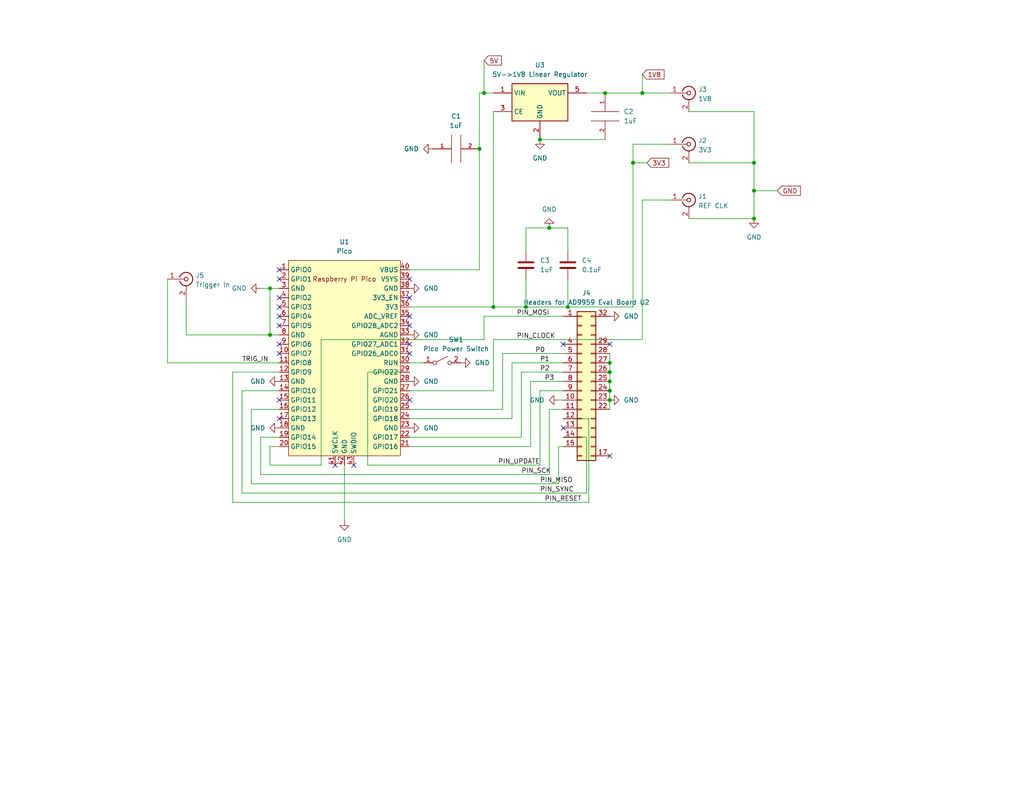
<source format=kicad_sch>
(kicad_sch (version 20230121) (generator eeschema)
  (paper "USLetter")
  (title_block (title "Breakout Board for DDS-Sweeper") (date "2023-01-12"))
  (lib_symbols
    (symbol "Connector:Conn_Coaxial" (pin_names (offset 1.016) hide)
      (property "Reference" "J" (at 0.254 3.048 0))
      (property "Value" "Conn_Coaxial" (at 2.921 0 90))
      (symbol "Conn_Coaxial_0_1"
        (arc (start -1.778 -0.508) (mid 0.2311 -1.8066) (end 1.778 0) (stroke (width 0.254)))
        (polyline (pts (xy -2.54 0) (xy -0.508 0)))
        (polyline (pts (xy 0 -2.54) (xy 0 -1.778)))
        (circle (center 0 0) (radius 0.508) (stroke (width 0.2032)))
        (arc (start 1.778 0) (mid 0.2099 1.8101) (end -1.778 0.508) (stroke (width 0.254)))
      )
      (symbol "Conn_Coaxial_1_1"
        (pin passive line (at -5.08 0 0) (length 2.54) (name "In") (number "1"))
        (pin passive line (at 0 -5.08 90) (length 2.54) (name "Ext") (number "2"))
      )
    )
    (symbol "Connector_Generic:Conn_02x16_Counter_Clockwise" (pin_names (offset 1.016) hide)
      (property "Reference" "J4" (at 1.27 24.13 0))
      (property "Value" "Headers for AD9959 Eval Board U2" (at 1.27 21.59 0))
      (symbol "Conn_02x16_Counter_Clockwise_1_1"
        (rectangle (start -1.27 -20.193) (end 0 -20.447) (stroke (width 0.1524)))
        (rectangle (start -1.27 -17.653) (end 0 -17.907) (stroke (width 0.1524)))
        (rectangle (start -1.27 -15.113) (end 0 -15.367) (stroke (width 0.1524)))
        (rectangle (start -1.27 -12.573) (end 0 -12.827) (stroke (width 0.1524)))
        (rectangle (start -1.27 -10.033) (end 0 -10.287) (stroke (width 0.1524)))
        (rectangle (start -1.27 -7.493) (end 0 -7.747) (stroke (width 0.1524)))
        (rectangle (start -1.27 -4.953) (end 0 -5.207) (stroke (width 0.1524)))
        (rectangle (start -1.27 -2.413) (end 0 -2.667) (stroke (width 0.1524)))
        (rectangle (start -1.27 0.127) (end 0 -0.127) (stroke (width 0.1524)))
        (rectangle (start -1.27 2.667) (end 0 2.413) (stroke (width 0.1524)))
        (rectangle (start -1.27 5.207) (end 0 4.953) (stroke (width 0.1524)))
        (rectangle (start -1.27 7.747) (end 0 7.493) (stroke (width 0.1524)))
        (rectangle (start -1.27 10.287) (end 0 10.033) (stroke (width 0.1524)))
        (rectangle (start -1.27 12.827) (end 0 12.573) (stroke (width 0.1524)))
        (rectangle (start -1.27 15.367) (end 0 15.113) (stroke (width 0.1524)))
        (rectangle (start -1.27 17.907) (end 0 17.653) (stroke (width 0.1524)))
        (rectangle (start -1.27 19.05) (end 3.81 -21.59) (stroke (width 0.254)) (fill (type background)))
        (rectangle (start 3.81 -20.193) (end 2.54 -20.447) (stroke (width 0.1524)))
        (rectangle (start 3.81 -17.653) (end 2.54 -17.907) (stroke (width 0.1524)))
        (rectangle (start 3.81 -15.113) (end 2.54 -15.367) (stroke (width 0.1524)))
        (rectangle (start 3.81 -12.573) (end 2.54 -12.827) (stroke (width 0.1524)))
        (rectangle (start 3.81 -10.033) (end 2.54 -10.287) (stroke (width 0.1524)))
        (rectangle (start 3.81 -7.493) (end 2.54 -7.747) (stroke (width 0.1524)))
        (rectangle (start 3.81 -4.953) (end 2.54 -5.207) (stroke (width 0.1524)))
        (rectangle (start 3.81 -2.413) (end 2.54 -2.667) (stroke (width 0.1524)))
        (rectangle (start 3.81 0.127) (end 2.54 -0.127) (stroke (width 0.1524)))
        (rectangle (start 3.81 2.667) (end 2.54 2.413) (stroke (width 0.1524)))
        (rectangle (start 3.81 5.207) (end 2.54 4.953) (stroke (width 0.1524)))
        (rectangle (start 3.81 7.747) (end 2.54 7.493) (stroke (width 0.1524)))
        (rectangle (start 3.81 10.287) (end 2.54 10.033) (stroke (width 0.1524)))
        (rectangle (start 3.81 12.827) (end 2.54 12.573) (stroke (width 0.1524)))
        (rectangle (start 3.81 15.367) (end 2.54 15.113) (stroke (width 0.1524)))
        (rectangle (start 3.81 17.907) (end 2.54 17.653) (stroke (width 0.1524)))
        (pin passive line (at -5.08 17.78 0) (length 3.81) (name "Pin_1") (number "1"))
        (pin passive line (at -5.08 -5.08 0) (length 3.81) (name "Pin_10") (number "10"))
        (pin passive line (at -5.08 -7.62 0) (length 3.81) (name "Pin_11") (number "11"))
        (pin passive line (at -5.08 -10.16 0) (length 3.81) (name "Pin_12") (number "12"))
        (pin passive line (at -5.08 -12.7 0) (length 3.81) (name "Pin_13") (number "13"))
        (pin passive line (at -5.08 -15.24 0) (length 3.81) (name "Pin_14") (number "14"))
        (pin passive line (at -5.08 -17.78 0) (length 3.81) (name "Pin_15") (number "15"))
        (pin passive line (at 7.62 -20.32 180) (length 3.81) (name "Pin_17") (number "17"))
        (pin passive line (at 7.62 -7.62 180) (length 3.81) (name "Pin_22") (number "22"))
        (pin passive line (at 7.62 -5.08 180) (length 3.81) (name "Pin_23") (number "23"))
        (pin passive line (at 7.62 -2.54 180) (length 3.81) (name "Pin_24") (number "24"))
        (pin passive line (at 7.62 0 180) (length 3.81) (name "Pin_25") (number "25"))
        (pin passive line (at 7.62 2.54 180) (length 3.81) (name "Pin_26") (number "26"))
        (pin passive line (at 7.62 5.08 180) (length 3.81) (name "Pin_27") (number "27"))
        (pin passive line (at 7.62 7.62 180) (length 3.81) (name "Pin_28") (number "28"))
        (pin passive line (at 7.62 10.16 180) (length 3.81) (name "Pin_29") (number "29"))
        (pin passive line (at 7.62 17.78 180) (length 3.81) (name "Pin_32") (number "32"))
        (pin passive line (at -5.08 10.16 0) (length 3.81) (name "Pin_4") (number "4"))
        (pin passive line (at -5.08 7.62 0) (length 3.81) (name "Pin_5") (number "5"))
        (pin passive line (at -5.08 5.08 0) (length 3.81) (name "Pin_6") (number "6"))
        (pin passive line (at -5.08 2.54 0) (length 3.81) (name "Pin_7") (number "7"))
        (pin passive line (at -5.08 0 0) (length 3.81) (name "Pin_8") (number "8"))
        (pin passive line (at -5.08 -2.54 0) (length 3.81) (name "Pin_9") (number "9"))
      )
    )
    (symbol "Device:C" (pin_numbers hide) (pin_names (offset 0.254))
      (property "Reference" "C" (at 0.635 2.54 0))
      (property "Value" "C" (at 0.635 -2.54 0))
      (symbol "C_0_1"
        (polyline (pts (xy -2.032 -0.762) (xy 2.032 -0.762)) (stroke (width 0.508)))
        (polyline (pts (xy -2.032 0.762) (xy 2.032 0.762)) (stroke (width 0.508)))
      )
      (symbol "C_1_1"
        (pin passive line (at 0 3.81 270) (length 2.794) (name "~") (number "1"))
        (pin passive line (at 0 -3.81 90) (length 2.794) (name "~") (number "2"))
      )
    )
    (symbol "MCU_RaspberryPi_and_Boards:Pico"
      (property "Reference" "U" (at -13.97 27.94 0))
      (property "Value" "Pico" (at 0 19.05 0))
      (symbol "Pico_0_0"
        (text "Raspberry Pi Pico" (at 0 21.59 0) (effects (font (size 1.27 1.27))))
      )
      (symbol "Pico_0_1"
        (rectangle (start -15.24 26.67) (end 15.24 -26.67) (fill (type background)))
      )
      (symbol "Pico_1_1"
        (pin bidirectional line (at -17.78 24.13 0) (length 2.54) (name "GPIO0") (number "1"))
        (pin bidirectional line (at -17.78 1.27 0) (length 2.54) (name "GPIO7") (number "10"))
        (pin bidirectional line (at -17.78 -1.27 0) (length 2.54) (name "GPIO8") (number "11"))
        (pin bidirectional line (at -17.78 -3.81 0) (length 2.54) (name "GPIO9") (number "12"))
        (pin power_in line (at -17.78 -6.35 0) (length 2.54) (name "GND") (number "13"))
        (pin bidirectional line (at -17.78 -8.89 0) (length 2.54) (name "GPIO10") (number "14"))
        (pin bidirectional line (at -17.78 -11.43 0) (length 2.54) (name "GPIO11") (number "15"))
        (pin bidirectional line (at -17.78 -13.97 0) (length 2.54) (name "GPIO12") (number "16"))
        (pin bidirectional line (at -17.78 -16.51 0) (length 2.54) (name "GPIO13") (number "17"))
        (pin power_in line (at -17.78 -19.05 0) (length 2.54) (name "GND") (number "18"))
        (pin bidirectional line (at -17.78 -21.59 0) (length 2.54) (name "GPIO14") (number "19"))
        (pin bidirectional line (at -17.78 21.59 0) (length 2.54) (name "GPIO1") (number "2"))
        (pin bidirectional line (at -17.78 -24.13 0) (length 2.54) (name "GPIO15") (number "20"))
        (pin bidirectional line (at 17.78 -24.13 180) (length 2.54) (name "GPIO16") (number "21"))
        (pin bidirectional line (at 17.78 -21.59 180) (length 2.54) (name "GPIO17") (number "22"))
        (pin power_in line (at 17.78 -19.05 180) (length 2.54) (name "GND") (number "23"))
        (pin bidirectional line (at 17.78 -16.51 180) (length 2.54) (name "GPIO18") (number "24"))
        (pin bidirectional line (at 17.78 -13.97 180) (length 2.54) (name "GPIO19") (number "25"))
        (pin bidirectional line (at 17.78 -11.43 180) (length 2.54) (name "GPIO20") (number "26"))
        (pin bidirectional line (at 17.78 -8.89 180) (length 2.54) (name "GPIO21") (number "27"))
        (pin power_in line (at 17.78 -6.35 180) (length 2.54) (name "GND") (number "28"))
        (pin bidirectional line (at 17.78 -3.81 180) (length 2.54) (name "GPIO22") (number "29"))
        (pin power_in line (at -17.78 19.05 0) (length 2.54) (name "GND") (number "3"))
        (pin input line (at 17.78 -1.27 180) (length 2.54) (name "RUN") (number "30"))
        (pin bidirectional line (at 17.78 1.27 180) (length 2.54) (name "GPIO26_ADC0") (number "31"))
        (pin bidirectional line (at 17.78 3.81 180) (length 2.54) (name "GPIO27_ADC1") (number "32"))
        (pin power_in line (at 17.78 6.35 180) (length 2.54) (name "AGND") (number "33"))
        (pin bidirectional line (at 17.78 8.89 180) (length 2.54) (name "GPIO28_ADC2") (number "34"))
        (pin power_in line (at 17.78 11.43 180) (length 2.54) (name "ADC_VREF") (number "35"))
        (pin power_in line (at 17.78 13.97 180) (length 2.54) (name "3V3") (number "36"))
        (pin input line (at 17.78 16.51 180) (length 2.54) (name "3V3_EN") (number "37"))
        (pin bidirectional line (at 17.78 19.05 180) (length 2.54) (name "GND") (number "38"))
        (pin power_in line (at 17.78 21.59 180) (length 2.54) (name "VSYS") (number "39"))
        (pin bidirectional line (at -17.78 16.51 0) (length 2.54) (name "GPIO2") (number "4"))
        (pin power_in line (at 17.78 24.13 180) (length 2.54) (name "VBUS") (number "40"))
        (pin input line (at -2.54 -29.21 90) (length 2.54) (name "SWCLK") (number "41"))
        (pin power_in line (at 0 -29.21 90) (length 2.54) (name "GND") (number "42"))
        (pin bidirectional line (at 2.54 -29.21 90) (length 2.54) (name "SWDIO") (number "43"))
        (pin bidirectional line (at -17.78 13.97 0) (length 2.54) (name "GPIO3") (number "5"))
        (pin bidirectional line (at -17.78 11.43 0) (length 2.54) (name "GPIO4") (number "6"))
        (pin bidirectional line (at -17.78 8.89 0) (length 2.54) (name "GPIO5") (number "7"))
        (pin power_in line (at -17.78 6.35 0) (length 2.54) (name "GND") (number "8"))
        (pin bidirectional line (at -17.78 3.81 0) (length 2.54) (name "GPIO6") (number "9"))
      )
    )
    (symbol "Regulator_Linear:XC6210B332MR"
      (property "Reference" "U" (at 0 8.89 0))
      (property "Value" "XC6210B332MR" (at 0 6.35 0))
      (symbol "XC6210B332MR_0_1"
        (rectangle (start -7.62 5.08) (end 7.62 -5.08) (stroke (width 0.254)) (fill (type background)))
      )
      (symbol "XC6210B332MR_1_1"
        (pin power_in line (at -12.7 2.54 0) (length 5.08) (name "VIN") (number "1"))
        (pin power_in line (at 0 -10.16 90) (length 5.08) (name "GND") (number "2"))
        (pin input line (at -12.7 -2.54 0) (length 5.08) (name "CE") (number "3"))
        (pin no_connect line (at 12.7 -2.54 180) (length 5.08) hide (name "NC") (number "4"))
        (pin power_out line (at 12.7 2.54 180) (length 5.08) (name "VOUT") (number "5"))
      )
    )
    (symbol "Switch:SW_SPST" (pin_names (offset 0) hide)
      (property "Reference" "SW" (at 0 3.175 0))
      (property "Value" "SW_SPST" (at 0 -2.54 0))
      (symbol "SW_SPST_0_0"
        (circle (center -2.032 0) (radius 0.508))
        (polyline (pts (xy -1.524 0.254) (xy 1.524 1.778)))
        (circle (center 2.032 0) (radius 0.508))
      )
      (symbol "SW_SPST_1_1"
        (pin passive line (at -5.08 0 0) (length 2.54) (name "A") (number "1"))
        (pin passive line (at 5.08 0 180) (length 2.54) (name "B") (number "2"))
      )
    )
    (symbol "power:GND" (power) (pin_names (offset 0))
      (property "Value" "GND" (at 0 -3.81 0))
      (symbol "GND_0_1"
        (polyline (pts (xy 0 0) (xy 0 -1.27) (xy 1.27 -1.27) (xy 0 -2.54) (xy -1.27 -1.27) (xy 0 -1.27)))
      )
      (symbol "GND_1_1"
        (pin power_in line (at 0 0 270) (length 0) hide (name "GND") (number "1"))
      )
    )
    (symbol "pspice:CAP" (pin_names (offset 0.254))
      (property "Reference" "C" (at 2.54 3.81 90))
      (property "Value" "CAP" (at 2.54 -3.81 90))
      (symbol "CAP_0_1"
        (polyline (pts (xy -3.81 -1.27) (xy 3.81 -1.27)))
        (polyline (pts (xy -3.81 1.27) (xy 3.81 1.27)))
      )
      (symbol "CAP_1_1"
        (pin passive line (at 0 6.35 270) (length 5.08) (name "~") (number "1"))
        (pin passive line (at 0 -6.35 90) (length 5.08) (name "~") (number "2"))
      )
    )
  )
  (junction (at 154.94 83.82))
  (junction (at 166.37 109.22))
  (junction (at 132.08 25.4))
  (junction (at 73.66 91.44))
  (junction (at 205.74 44.45))
  (junction (at 166.37 104.14))
  (junction (at 205.74 59.69))
  (junction (at 149.86 62.23))
  (junction (at 166.37 106.68))
  (junction (at 205.74 52.07))
  (junction (at 165.1 25.4))
  (junction (at 143.51 83.82))
  (junction (at 73.66 78.74))
  (junction (at 166.37 99.06))
  (junction (at 172.72 44.45))
  (junction (at 147.32 38.1))
  (junction (at 134.62 83.82))
  (junction (at 175.26 25.4))
  (junction (at 130.81 40.64))
  (junction (at 166.37 101.6))
  (no_connect (at 111.76 96.52))
  (no_connect (at 111.76 81.28))
  (no_connect (at 76.2 88.9))
  (no_connect (at 96.52 127))
  (no_connect (at 111.76 88.9))
  (no_connect (at 153.67 93.98))
  (no_connect (at 76.2 73.66))
  (no_connect (at 153.67 116.84))
  (no_connect (at 76.2 76.2))
  (no_connect (at 91.44 127))
  (no_connect (at 111.76 109.22))
  (no_connect (at 76.2 93.98))
  (no_connect (at 76.2 114.3))
  (no_connect (at 111.76 76.2))
  (no_connect (at 76.2 109.22))
  (no_connect (at 111.76 86.36))
  (no_connect (at 76.2 96.52))
  (no_connect (at 76.2 81.28))
  (no_connect (at 76.2 83.82))
  (no_connect (at 166.37 93.98))
  (no_connect (at 166.37 124.46))
  (no_connect (at 111.76 93.98))
  (no_connect (at 76.2 86.36))
  (wire (pts (xy 160.02 25.4) (xy 165.1 25.4)))
  (wire (pts (xy 166.37 109.22) (xy 166.37 111.76)))
  (wire (pts (xy 63.5 137.16) (xy 63.5 101.6)))
  (wire (pts (xy 87.63 92.71) (xy 87.63 127)))
  (wire (pts (xy 130.81 25.4) (xy 132.08 25.4)))
  (wire (pts (xy 142.24 101.6) (xy 153.67 101.6)))
  (wire (pts (xy 205.74 59.69) (xy 205.74 52.07)))
  (wire (pts (xy 160.655 114.3) (xy 160.655 137.16)))
  (wire (pts (xy 71.12 129.54) (xy 71.12 119.38)))
  (wire (pts (xy 143.51 76.2) (xy 143.51 83.82)))
  (wire (pts (xy 205.74 52.07) (xy 212.09 52.07)))
  (wire (pts (xy 172.72 44.45) (xy 176.53 44.45)))
  (wire (pts (xy 172.72 39.37) (xy 182.88 39.37)))
  (wire (pts (xy 111.76 111.76) (xy 137.16 111.76)))
  (wire (pts (xy 66.04 134.62) (xy 66.04 106.68)))
  (wire (pts (xy 45.72 99.06) (xy 45.72 76.2)))
  (wire (pts (xy 165.1 25.4) (xy 175.26 25.4)))
  (wire (pts (xy 160.655 137.16) (xy 63.5 137.16)))
  (wire (pts (xy 166.37 104.14) (xy 166.37 106.68)))
  (wire (pts (xy 143.51 83.82) (xy 154.94 83.82)))
  (wire (pts (xy 111.76 83.82) (xy 134.62 83.82)))
  (wire (pts (xy 172.72 44.45) (xy 172.72 39.37)))
  (wire (pts (xy 154.94 76.2) (xy 154.94 83.82)))
  (wire (pts (xy 111.76 114.3) (xy 139.7 114.3)))
  (wire (pts (xy 76.2 91.44) (xy 73.66 91.44)))
  (wire (pts (xy 111.76 99.06) (xy 115.57 99.06)))
  (wire (pts (xy 175.26 54.61) (xy 182.88 54.61)))
  (wire (pts (xy 147.32 38.1) (xy 165.1 38.1)))
  (wire (pts (xy 134.62 92.71) (xy 175.26 92.71)))
  (wire (pts (xy 130.81 25.4) (xy 130.81 40.64)))
  (wire (pts (xy 172.72 83.82) (xy 172.72 44.45)))
  (wire (pts (xy 166.37 96.52) (xy 166.37 99.06)))
  (wire (pts (xy 205.74 52.07) (xy 205.74 44.45)))
  (wire (pts (xy 134.62 83.82) (xy 143.51 83.82)))
  (wire (pts (xy 93.98 127) (xy 93.98 142.24)))
  (wire (pts (xy 50.8 91.44) (xy 73.66 91.44)))
  (wire (pts (xy 76.2 99.06) (xy 45.72 99.06)))
  (wire (pts (xy 134.62 106.68) (xy 134.62 92.71)))
  (wire (pts (xy 152.4 132.08) (xy 152.4 121.92)))
  (wire (pts (xy 66.04 106.68) (xy 76.2 106.68)))
  (wire (pts (xy 154.94 68.58) (xy 154.94 62.23)))
  (wire (pts (xy 87.63 92.71) (xy 132.08 92.71)))
  (wire (pts (xy 71.12 78.74) (xy 73.66 78.74)))
  (wire (pts (xy 134.62 30.48) (xy 134.62 83.82)))
  (wire (pts (xy 166.37 101.6) (xy 166.37 104.14)))
  (wire (pts (xy 111.76 106.68) (xy 134.62 106.68)))
  (wire (pts (xy 143.51 68.58) (xy 143.51 62.23)))
  (wire (pts (xy 73.66 78.74) (xy 73.66 91.44)))
  (wire (pts (xy 152.4 109.22) (xy 153.67 109.22)))
  (wire (pts (xy 76.2 121.92) (xy 73.66 121.92)))
  (wire (pts (xy 166.37 99.06) (xy 166.37 101.6)))
  (wire (pts (xy 160.02 134.62) (xy 66.04 134.62)))
  (wire (pts (xy 63.5 101.6) (xy 76.2 101.6)))
  (wire (pts (xy 147.32 127) (xy 147.32 106.68)))
  (wire (pts (xy 68.58 111.76) (xy 68.58 132.08)))
  (wire (pts (xy 205.74 30.48) (xy 205.74 44.45)))
  (wire (pts (xy 153.67 111.76) (xy 149.86 111.76)))
  (wire (pts (xy 187.96 30.48) (xy 205.74 30.48)))
  (wire (pts (xy 175.26 92.71) (xy 175.26 54.61)))
  (wire (pts (xy 76.2 111.76) (xy 68.58 111.76)))
  (wire (pts (xy 144.78 121.92) (xy 144.78 104.14)))
  (wire (pts (xy 111.76 101.6) (xy 100.33 101.6)))
  (wire (pts (xy 153.67 119.38) (xy 160.02 119.38)))
  (wire (pts (xy 144.78 104.14) (xy 153.67 104.14)))
  (wire (pts (xy 139.7 99.06) (xy 153.67 99.06)))
  (wire (pts (xy 175.26 20.32) (xy 175.26 25.4)))
  (wire (pts (xy 100.33 101.6) (xy 100.33 127)))
  (wire (pts (xy 154.94 83.82) (xy 172.72 83.82)))
  (wire (pts (xy 142.24 119.38) (xy 142.24 101.6)))
  (wire (pts (xy 154.94 62.23) (xy 149.86 62.23)))
  (wire (pts (xy 73.66 121.92) (xy 73.66 127)))
  (wire (pts (xy 73.66 127) (xy 87.63 127)))
  (wire (pts (xy 147.32 106.68) (xy 153.67 106.68)))
  (wire (pts (xy 137.16 111.76) (xy 137.16 96.52)))
  (wire (pts (xy 166.37 106.68) (xy 166.37 109.22)))
  (wire (pts (xy 187.96 59.69) (xy 205.74 59.69)))
  (wire (pts (xy 71.12 119.38) (xy 76.2 119.38)))
  (wire (pts (xy 100.33 127) (xy 147.32 127)))
  (wire (pts (xy 132.08 25.4) (xy 134.62 25.4)))
  (wire (pts (xy 50.8 81.28) (xy 50.8 91.44)))
  (wire (pts (xy 175.26 25.4) (xy 182.88 25.4)))
  (wire (pts (xy 137.16 96.52) (xy 153.67 96.52)))
  (wire (pts (xy 132.08 86.36) (xy 132.08 92.71)))
  (wire (pts (xy 153.67 114.3) (xy 160.655 114.3)))
  (wire (pts (xy 160.02 119.38) (xy 160.02 134.62)))
  (wire (pts (xy 139.7 114.3) (xy 139.7 99.06)))
  (wire (pts (xy 111.76 119.38) (xy 142.24 119.38)))
  (wire (pts (xy 132.08 16.51) (xy 132.08 25.4)))
  (wire (pts (xy 111.76 73.66) (xy 130.81 73.66)))
  (wire (pts (xy 152.4 121.92) (xy 153.67 121.92)))
  (wire (pts (xy 132.08 86.36) (xy 153.67 86.36)))
  (wire (pts (xy 143.51 62.23) (xy 149.86 62.23)))
  (wire (pts (xy 149.86 111.76) (xy 149.86 129.54)))
  (wire (pts (xy 205.74 44.45) (xy 187.96 44.45)))
  (wire (pts (xy 73.66 78.74) (xy 76.2 78.74)))
  (wire (pts (xy 71.12 129.54) (xy 149.86 129.54)))
  (wire (pts (xy 68.58 132.08) (xy 152.4 132.08)))
  (wire (pts (xy 111.76 121.92) (xy 144.78 121.92)))
  (wire (pts (xy 130.81 73.66) (xy 130.81 40.64)))
  (label "PIN_RESET" (at 148.59 137.16 0))
  (label "TRIG_IN" (at 66.04 99.06 0))
  (label "P3" (at 148.59 104.14 0))
  (label "PIN_MISO" (at 147.32 132.08 0))
  (label "PIN_CLOCK" (at 140.97 92.71 0))
  (label "P0" (at 146.05 96.52 0))
  (label "PIN_SCK" (at 142.24 129.54 0))
  (label "PIN_MOSI" (at 140.97 86.36 0))
  (label "P1" (at 147.32 99.06 0))
  (label "PIN_UPDATE" (at 135.89 127 0))
  (label "PIN_SYNC" (at 147.32 134.62 0))
  (label "P2" (at 147.32 101.6 0))
  (global_label "3V3" (shape input) (at 176.53 44.45 0) (property "Intersheetrefs" "${INTERSHEET_REFS}" (effects hide)))
  (global_label "1V8" (shape input) (at 175.26 20.32 0) (property "Intersheetrefs" "${INTERSHEET_REFS}" (effects hide)))
  (global_label "5V" (shape input) (at 132.08 16.51 0) (property "Intersheetrefs" "${INTERSHEET_REFS}" (effects hide)))
  (global_label "GND" (shape input) (at 212.09 52.07 0) (property "Intersheetrefs" "${INTERSHEET_REFS}" (effects hide)))
  (symbol (lib_id "power:GND") (at 111.76 104.14 90) (unit 1)
    (property "Reference" "#PWR0111" (effects hide))
    (property "Value" "GND" (at 115.57 104.1399 90) (effects (justify right)))
  )
  (symbol (lib_id "pspice:CAP") (at 165.1 31.75 0) (unit 1)
    (property "Reference" "C2" (at 170.18 30.48 0) (effects (justify left)))
    (property "Value" "1uF" (at 170.18 33.02 0) (effects (justify left)))
    (property "Footprint" "Capacitor_SMD:C_0805_2012Metric_Pad1.18x1.45mm_HandSolder" (effects hide))
  )
  (symbol (lib_id "MCU_RaspberryPi_and_Boards:Pico") (at 93.98 97.79 0) (unit 1)
    (property "Reference" "U1" (at 93.98 66.04 0))
    (property "Value" "Pico" (at 93.98 68.58 0))
    (property "Footprint" "MCU_RaspberryPi_and_Boards:RPi_Pico_SMD" (effects hide))
  )
  (symbol (lib_id "power:GND") (at 76.2 104.14 270) (unit 1)
    (property "Reference" "#PWR0105" (effects hide))
    (property "Value" "GND" (at 72.39 104.1399 90) (effects (justify right)))
  )
  (symbol (lib_id "Connector:Conn_Coaxial") (at 187.96 54.61 0) (unit 1)
    (property "Reference" "J1" (at 190.5 53.6331 0) (effects (justify left)))
    (property "Value" "REF CLK" (at 190.5 56.1731 0) (effects (justify left)))
    (property "Footprint" "Connector_Coaxial:SMA_Samtec_SMA-J-P-X-ST-EM1_EdgeMount" (effects hide))
    (property "Datasheet" " ~" (effects hide))
  )
  (symbol (lib_id "power:GND") (at 111.76 91.44 90) (unit 1)
    (property "Reference" "#PWR05" (effects hide))
    (property "Value" "GND" (at 115.57 91.4399 90) (effects (justify right)))
  )
  (symbol (lib_id "power:GND") (at 166.37 109.22 90) (unit 1)
    (property "Reference" "#PWR0112" (effects hide))
    (property "Value" "GND" (at 170.18 109.2199 90) (effects (justify right)))
  )
  (symbol (lib_id "Connector:Conn_Coaxial") (at 187.96 39.37 0) (unit 1)
    (property "Reference" "J2" (at 190.5 38.3931 0) (effects (justify left)))
    (property "Value" "3V3" (at 190.5 40.9331 0) (effects (justify left)))
    (property "Footprint" "Connector_Coaxial:SMA_Samtec_SMA-J-P-X-ST-EM1_EdgeMount" (effects hide))
    (property "Datasheet" " ~" (effects hide))
  )
  (symbol (lib_id "power:GND") (at 149.86 62.23 180) (unit 1)
    (property "Reference" "#PWR03" (effects hide))
    (property "Value" "GND" (at 149.86 57.15 0))
  )
  (symbol (lib_id "Connector:Conn_Coaxial") (at 187.96 25.4 0) (unit 1)
    (property "Reference" "J3" (at 190.5 24.4231 0) (effects (justify left)))
    (property "Value" "1V8" (at 190.5 26.9631 0) (effects (justify left)))
    (property "Footprint" "Connector_Coaxial:SMA_Samtec_SMA-J-P-X-ST-EM1_EdgeMount" (effects hide))
    (property "Datasheet" " ~" (effects hide))
  )
  (symbol (lib_id "power:GND") (at 125.73 99.06 90) (unit 1)
    (property "Reference" "#PWR0106" (effects hide))
    (property "Value" "GND" (at 129.54 99.0599 90) (effects (justify right)))
  )
  (symbol (lib_id "power:GND") (at 152.4 109.22 270) (unit 1)
    (property "Reference" "#PWR04" (effects hide))
    (property "Value" "GND" (at 148.59 109.22 90) (effects (justify right)))
  )
  (symbol (lib_id "power:GND") (at 147.32 38.1 0) (unit 1)
    (property "Reference" "#PWR0108" (effects hide))
    (property "Value" "GND" (at 147.32 43.18 0))
  )
  (symbol (lib_id "power:GND") (at 71.12 78.74 270) (unit 1)
    (property "Reference" "#PWR0103" (effects hide))
    (property "Value" "GND" (at 67.31 78.7399 90) (effects (justify right)))
  )
  (symbol (lib_id "power:GND") (at 76.2 116.84 270) (unit 1)
    (property "Reference" "#PWR0102" (effects hide))
    (property "Value" "GND" (at 72.39 116.8399 90) (effects (justify right)))
  )
  (symbol (lib_id "power:GND") (at 166.37 86.36 90) (unit 1)
    (property "Reference" "#PWR0110" (effects hide))
    (property "Value" "GND" (at 170.18 86.3599 90) (effects (justify right)))
  )
  (symbol (lib_id "power:GND") (at 93.98 142.24 0) (unit 1)
    (property "Reference" "#PWR01" (effects hide))
    (property "Value" "GND" (at 93.98 147.32 0))
  )
  (symbol (lib_id "power:GND") (at 118.11 40.64 270) (unit 1)
    (property "Reference" "#PWR0107" (effects hide))
    (property "Value" "GND" (at 114.3 40.6399 90) (effects (justify right)))
  )
  (symbol (lib_id "Switch:SW_SPST") (at 120.65 99.06 0) (unit 1)
    (property "Reference" "SW1" (at 124.46 92.71 0))
    (property "Value" "Pico Power Switch" (at 124.46 95.25 0))
    (property "Footprint" "Connector_PinSocket_2.54mm:PinSocket_1x03_P2.54mm_Vertical" (effects hide))
  )
  (symbol (lib_id "Connector_Generic:Conn_02x16_Counter_Clockwise") (at 158.75 104.14 0) (unit 1)
    (property "Reference" "J4" (at 160.02 80.01 0))
    (property "Value" "Headers for AD9959 Eval Board U2" (at 160.02 82.55 0))
    (property "Footprint" "Custom_Conn:PinSocket_2x16_P2.54mm_Vertical_DDS_Sweeper" (effects hide))
  )
  (symbol (lib_id "Connector:Conn_Coaxial") (at 50.8 76.2 0) (unit 1)
    (property "Reference" "J5" (at 53.34 75.2231 0) (effects (justify left)))
    (property "Value" "Trigger In" (at 53.34 77.7631 0) (effects (justify left)))
    (property "Footprint" "Connector_Coaxial:SMA_Samtec_SMA-J-P-X-ST-EM1_EdgeMount" (effects hide))
    (property "Datasheet" " ~" (effects hide))
  )
  (symbol (lib_id "Device:C") (at 154.94 72.39 0) (unit 1)
    (property "Reference" "C4" (at 158.75 71.12 0) (effects (justify left)))
    (property "Value" "0.1uF" (at 158.75 73.66 0) (effects (justify left)))
    (property "Footprint" "Capacitor_SMD:C_0805_2012Metric_Pad1.18x1.45mm_HandSolder" (effects hide))
  )
  (symbol (lib_id "power:GND") (at 111.76 78.74 90) (unit 1)
    (property "Reference" "#PWR0101" (effects hide))
    (property "Value" "GND" (at 115.57 78.7399 90) (effects (justify right)))
  )
  (symbol (lib_id "Device:C") (at 143.51 72.39 0) (unit 1)
    (property "Reference" "C3" (at 147.32 71.12 0) (effects (justify left)))
    (property "Value" "1uF" (at 147.32 73.66 0) (effects (justify left)))
    (property "Footprint" "Capacitor_SMD:C_0805_2012Metric_Pad1.18x1.45mm_HandSolder" (effects hide))
  )
  (symbol (lib_id "power:GND") (at 205.74 59.69 0) (unit 1)
    (property "Reference" "#PWR0109" (effects hide))
    (property "Value" "GND" (at 205.74 64.77 0))
  )
  (symbol (lib_id "Regulator_Linear:XC6210B332MR") (at 147.32 27.94 0) (unit 1)
    (property "Reference" "U3" (at 147.32 17.78 0))
    (property "Value" "5V->1V8 Linear Regulator" (at 147.32 20.32 0))
    (property "Footprint" "Package_TO_SOT_SMD:SOT-23-5" (effects hide))
    (property "Datasheet" "https://www.torexsemi.com/file/xc6210/XC6210.pdf" (effects hide))
  )
  (symbol (lib_id "power:GND") (at 111.76 116.84 90) (unit 1)
    (property "Reference" "#PWR02" (effects hide))
    (property "Value" "GND" (at 115.57 116.8399 90) (effects (justify right)))
  )
  (symbol (lib_id "pspice:CAP") (at 124.46 40.64 90) (unit 1)
    (property "Reference" "C1" (at 124.46 31.75 90))
    (property "Value" "1uF" (at 124.46 34.29 90))
    (property "Footprint" "Capacitor_SMD:C_0805_2012Metric_Pad1.18x1.45mm_HandSolder" (effects hide))
  )
)
</source>
